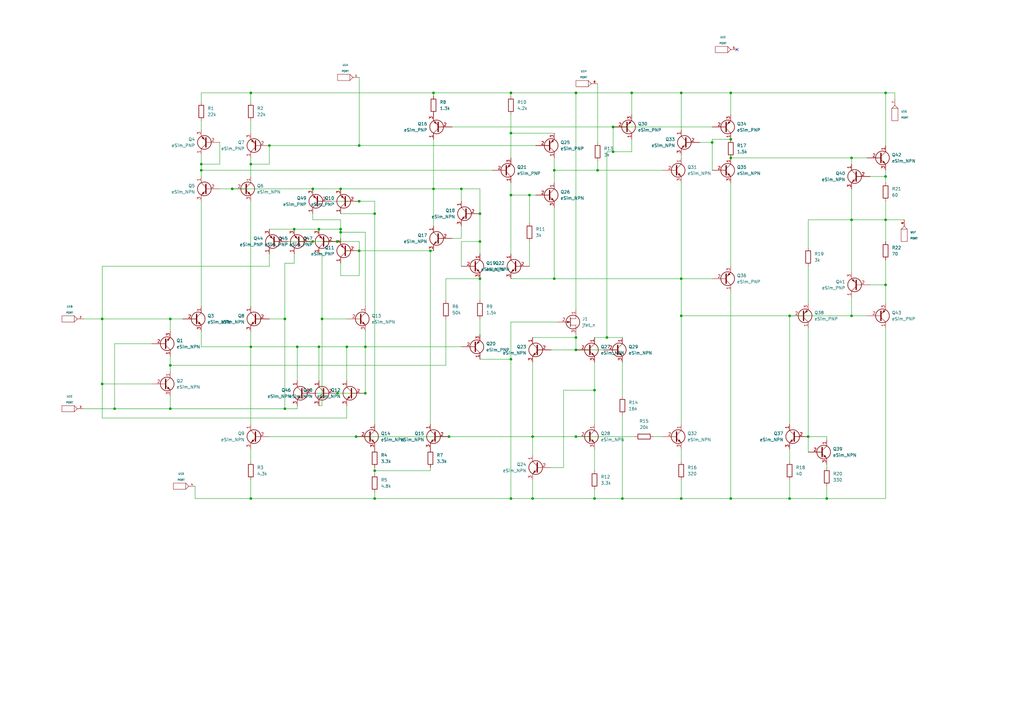
<source format=kicad_sch>
(kicad_sch (version 20211123) (generator eeschema)
  (paper "A3")
  (lib_symbols
    (symbol "eSim_Devices:eSim_NPN" (pin_names (offset 0) hide)
      (property "Reference" "Q" (at -2.54 1.27 0))
      (property "Value" "eSim_NPN" (at -1.27 3.81 0))
      (symbol "eSim_NPN_0_1"
        (polyline (pts (xy 0.635 0.635) (xy 2.54 2.54)))
        (polyline (pts (xy 0.635 -0.635) (xy 2.54 -2.54) (xy 2.54 -2.54)))
        (polyline (pts (xy 0.635 1.905) (xy 0.635 -1.905) (xy 0.635 -1.905)) (stroke (width 0.508)))
        (polyline (pts (xy 1.27 -1.778) (xy 1.778 -1.27) (xy 2.286 -2.286) (xy 1.27 -1.778) (xy 1.27 -1.778)) (fill (type outline)))
        (circle (center 1.27 0) (radius 2.8194) (stroke (width 0.254)))
      )
      (symbol "eSim_NPN_1_1"
        (pin passive line (at 2.54 5.08 270) (length 2.54) (name "C") (number "1"))
        (pin passive line (at -5.08 0 0) (length 5.715) (name "B") (number "2"))
        (pin passive line (at 2.54 -5.08 90) (length 2.54) (name "E") (number "3"))
      )
    )
    (symbol "eSim_Devices:eSim_PNP" (pin_names (offset 0) hide)
      (property "Reference" "Q" (at -2.54 1.27 0))
      (property "Value" "eSim_PNP" (at -1.27 3.81 0))
      (symbol "eSim_PNP_0_1"
        (polyline (pts (xy 0.635 0.635) (xy 2.54 2.54)))
        (polyline (pts (xy 0.635 -0.635) (xy 2.54 -2.54) (xy 2.54 -2.54)))
        (polyline (pts (xy 0.635 1.905) (xy 0.635 -1.905) (xy 0.635 -1.905)) (stroke (width 0.508)))
        (polyline (pts (xy 2.286 -1.778) (xy 1.778 -2.286) (xy 1.27 -1.27) (xy 2.286 -1.778) (xy 2.286 -1.778)) (fill (type outline)))
        (circle (center 1.27 0) (radius 2.8194) (stroke (width 0.254)))
      )
      (symbol "eSim_PNP_1_1"
        (pin passive line (at 2.54 5.08 270) (length 2.54) (name "C") (number "1"))
        (pin passive line (at -5.08 0 0) (length 5.715) (name "B") (number "2"))
        (pin passive line (at 2.54 -5.08 90) (length 2.54) (name "E") (number "3"))
      )
    )
    (symbol "eSim_Devices:jfet_n" (pin_names (offset 0) hide)
      (property "Reference" "J" (at -2.54 1.27 0))
      (property "Value" "jfet_n" (at -1.27 3.81 0))
      (symbol "jfet_n_0_1"
        (polyline (pts (xy 0.254 1.905) (xy 0.254 -1.905) (xy 0.254 -1.905)) (stroke (width 0.254)))
        (polyline (pts (xy 2.54 -2.54) (xy 2.54 -1.27) (xy 0.254 -1.27)))
        (polyline (pts (xy 2.54 2.54) (xy 2.54 1.397) (xy 0.254 1.397)))
        (polyline (pts (xy 0 0) (xy -1.016 0.381) (xy -1.016 -0.381) (xy 0 0)) (fill (type outline)))
        (circle (center 1.27 0) (radius 2.8194) (stroke (width 0.254)))
      )
      (symbol "jfet_n_1_1"
        (pin passive line (at 2.54 5.08 270) (length 2.54) (name "D") (number "1"))
        (pin passive line (at -5.08 0 0) (length 5.334) (name "G") (number "2"))
        (pin passive line (at 2.54 -5.08 90) (length 2.54) (name "S") (number "3"))
      )
    )
    (symbol "eSim_Devices:resistor" (pin_numbers hide) (pin_names (offset 0))
      (property "Reference" "R" (at 1.27 3.302 0))
      (property "Value" "resistor" (at 1.27 -1.27 0))
      (symbol "resistor_0_1"
        (rectangle (start 3.81 0.254) (end -1.27 2.286) (stroke (width 0.254)))
      )
      (symbol "resistor_1_1"
        (pin passive line (at -2.54 1.27 0) (length 1.27) (name "~") (number "1"))
        (pin passive line (at 5.08 1.27 180) (length 1.27) (name "~") (number "2"))
      )
    )
    (symbol "eSim_Miscellaneous:PORT" (pin_names (offset 1.016))
      (property "Reference" "U" (at 1.27 2.54 0))
      (property "Value" "PORT" (at 0 0 0))
      (symbol "PORT_0_1"
        (rectangle (start -2.54 1.27) (end 2.54 -1.27))
        (arc (start 2.54 1.27) (mid 3.1355 0.5955) (end 3.81 0))
        (arc (start 3.81 0) (mid 3.1447 -0.6046) (end 2.54 -1.27))
      )
      (symbol "PORT_1_1"
        (pin bidirectional line (at 6.35 0 180) (length 2.54) (name "~") (number "1"))
      )
      (symbol "PORT_2_1"
        (pin bidirectional line (at 6.35 0 180) (length 2.54) (name "~") (number "2"))
      )
      (symbol "PORT_3_1"
        (pin bidirectional line (at 6.35 0 180) (length 2.54) (name "~") (number "3"))
      )
      (symbol "PORT_4_1"
        (pin bidirectional line (at 6.35 0 180) (length 2.54) (name "~") (number "4"))
      )
      (symbol "PORT_5_1"
        (pin bidirectional line (at 6.35 0 180) (length 2.54) (name "~") (number "5"))
      )
      (symbol "PORT_6_1"
        (pin bidirectional line (at 6.35 0 180) (length 2.54) (name "~") (number "6"))
      )
      (symbol "PORT_7_1"
        (pin bidirectional line (at 6.35 0 180) (length 2.54) (name "~") (number "7"))
      )
      (symbol "PORT_8_1"
        (pin bidirectional line (at 6.35 0 180) (length 2.54) (name "~") (number "8"))
      )
      (symbol "PORT_9_1"
        (pin bidirectional line (at 6.35 0 180) (length 2.54) (name "~") (number "9"))
      )
      (symbol "PORT_10_1"
        (pin bidirectional line (at 6.35 0 180) (length 2.54) (name "~") (number "10"))
      )
      (symbol "PORT_11_1"
        (pin bidirectional line (at 6.35 0 180) (length 2.54) (name "~") (number "11"))
      )
      (symbol "PORT_12_1"
        (pin bidirectional line (at 6.35 0 180) (length 2.54) (name "~") (number "12"))
      )
      (symbol "PORT_13_1"
        (pin bidirectional line (at 6.35 0 180) (length 2.54) (name "~") (number "13"))
      )
      (symbol "PORT_14_1"
        (pin bidirectional line (at 6.35 0 180) (length 2.54) (name "~") (number "14"))
      )
      (symbol "PORT_15_1"
        (pin bidirectional line (at 6.35 0 180) (length 2.54) (name "~") (number "15"))
      )
      (symbol "PORT_16_1"
        (pin bidirectional line (at 6.35 0 180) (length 2.54) (name "~") (number "16"))
      )
      (symbol "PORT_17_1"
        (pin bidirectional line (at 6.35 0 180) (length 2.54) (name "~") (number "17"))
      )
      (symbol "PORT_18_1"
        (pin bidirectional line (at 6.35 0 180) (length 2.54) (name "~") (number "18"))
      )
      (symbol "PORT_19_1"
        (pin bidirectional line (at 6.35 0 180) (length 2.54) (name "~") (number "19"))
      )
      (symbol "PORT_20_1"
        (pin bidirectional line (at 6.35 0 180) (length 2.54) (name "~") (number "20"))
      )
      (symbol "PORT_21_1"
        (pin bidirectional line (at 6.35 0 180) (length 2.54) (name "~") (number "21"))
      )
      (symbol "PORT_22_1"
        (pin bidirectional line (at 6.35 0 180) (length 2.54) (name "~") (number "22"))
      )
      (symbol "PORT_23_1"
        (pin bidirectional line (at 6.35 0 180) (length 2.54) (name "~") (number "23"))
      )
      (symbol "PORT_24_1"
        (pin bidirectional line (at 6.35 0 180) (length 2.54) (name "~") (number "24"))
      )
      (symbol "PORT_25_1"
        (pin bidirectional line (at 6.35 0 180) (length 2.54) (name "~") (number "25"))
      )
      (symbol "PORT_26_1"
        (pin bidirectional line (at 6.35 0 180) (length 2.54) (name "~") (number "26"))
      )
    )
  )
  (junction (at 184.15 179.07))
  (junction (at 146.05 179.07))
  (junction (at 121.92 142.24))
  (junction (at 251.46 62.23))
  (junction (at 82.55 67.31))
  (junction (at 128.27 99.06))
  (junction (at 363.22 72.39))
  (junction (at 299.72 64.77))
  (junction (at 227.33 114.3))
  (junction (at 279.4 114.3))
  (junction (at 102.87 204.47))
  (junction (at 46.99 167.64))
  (junction (at 153.67 193.04))
  (junction (at 128.27 77.47))
  (junction (at 41.91 130.81))
  (junction (at 243.84 204.47))
  (junction (at 120.65 93.98))
  (junction (at 218.44 204.47))
  (junction (at 259.08 38.1))
  (junction (at 139.7 95.25))
  (junction (at 349.25 64.77))
  (junction (at 255.27 204.47))
  (junction (at 323.85 204.47))
  (junction (at 339.09 204.47))
  (junction (at 209.55 147.32))
  (junction (at 236.22 138.43))
  (junction (at 176.53 102.87))
  (junction (at 227.33 69.85))
  (junction (at 95.25 77.47))
  (junction (at 299.72 204.47))
  (junction (at 217.17 80.01))
  (junction (at 138.43 99.06))
  (junction (at 69.85 167.64))
  (junction (at 248.92 138.43))
  (junction (at 292.1 58.42))
  (junction (at 279.4 129.54))
  (junction (at 209.55 80.01))
  (junction (at 363.22 38.1))
  (junction (at 363.22 116.84))
  (junction (at 153.67 87.63))
  (junction (at 116.84 167.64))
  (junction (at 177.8 38.1))
  (junction (at 299.72 57.15))
  (junction (at 209.55 204.47))
  (junction (at 142.24 142.24))
  (junction (at 349.25 90.17))
  (junction (at 243.84 160.02))
  (junction (at 236.22 143.51))
  (junction (at 69.85 149.86))
  (junction (at 196.85 99.06))
  (junction (at 132.08 130.81))
  (junction (at 331.47 179.07))
  (junction (at 41.91 157.48))
  (junction (at 209.55 38.1))
  (junction (at 153.67 204.47))
  (junction (at 251.46 52.07))
  (junction (at 279.4 38.1))
  (junction (at 218.44 179.07))
  (junction (at 147.32 59.69))
  (junction (at 209.55 54.61))
  (junction (at 82.55 69.85))
  (junction (at 299.72 38.1))
  (junction (at 149.86 161.29))
  (junction (at 116.84 130.81))
  (junction (at 149.86 142.24))
  (junction (at 323.85 129.54))
  (junction (at 245.11 69.85))
  (junction (at 138.43 161.29))
  (junction (at 196.85 87.63))
  (junction (at 147.32 82.55))
  (junction (at 236.22 179.07))
  (junction (at 189.23 77.47))
  (junction (at 363.22 90.17))
  (junction (at 130.81 142.24))
  (junction (at 130.81 93.98))
  (junction (at 102.87 38.1))
  (junction (at 147.32 102.87))
  (junction (at 349.25 129.54))
  (junction (at 139.7 77.47))
  (junction (at 236.22 38.1))
  (junction (at 139.7 93.98))
  (junction (at 279.4 204.47))
  (junction (at 177.8 77.47))
  (junction (at 196.85 114.3))
  (junction (at 110.49 59.69))
  (junction (at 69.85 130.81))
  (junction (at 102.87 67.31))
  (junction (at 102.87 142.24))
  (no_connect (at 302.26 20.32))
  (wire (pts (xy 135.89 82.55) (xy 147.32 82.55)))
  (wire (pts (xy 209.55 46.99) (xy 209.55 54.61)))
  (wire (pts (xy 236.22 38.1) (xy 236.22 127)))
  (wire (pts (xy 363.22 82.55) (xy 363.22 90.17)))
  (wire (pts (xy 132.08 104.14) (xy 132.08 130.81)))
  (wire (pts (xy 196.85 77.47) (xy 189.23 77.47)))
  (wire (pts (xy 69.85 130.81) (xy 74.93 130.81)))
  (wire (pts (xy 130.81 166.37) (xy 132.08 166.37)))
  (wire (pts (xy 279.4 53.34) (xy 279.4 38.1)))
  (wire (pts (xy 189.23 92.71) (xy 189.23 97.79)))
  (wire (pts (xy 46.99 167.64) (xy 69.85 167.64)))
  (wire (pts (xy 279.4 184.15) (xy 279.4 189.23)))
  (wire (pts (xy 363.22 134.62) (xy 363.22 204.47)))
  (wire (pts (xy 153.67 191.77) (xy 153.67 193.04)))
  (wire (pts (xy 279.4 204.47) (xy 255.27 204.47)))
  (wire (pts (xy 110.49 59.69) (xy 147.32 59.69)))
  (wire (pts (xy 231.14 191.77) (xy 231.14 160.02)))
  (wire (pts (xy 339.09 199.39) (xy 339.09 204.47)))
  (wire (pts (xy 236.22 138.43) (xy 236.22 143.51)))
  (wire (pts (xy 132.08 130.81) (xy 132.08 166.37)))
  (wire (pts (xy 218.44 179.07) (xy 218.44 186.69)))
  (wire (pts (xy 102.87 184.15) (xy 102.87 189.23)))
  (wire (pts (xy 130.81 156.21) (xy 130.81 142.24)))
  (wire (pts (xy 139.7 87.63) (xy 153.67 87.63)))
  (wire (pts (xy 227.33 69.85) (xy 245.11 69.85)))
  (wire (pts (xy 102.87 204.47) (xy 153.67 204.47)))
  (wire (pts (xy 243.84 148.59) (xy 243.84 160.02)))
  (wire (pts (xy 231.14 160.02) (xy 243.84 160.02)))
  (wire (pts (xy 209.55 54.61) (xy 227.33 54.61)))
  (wire (pts (xy 182.88 114.3) (xy 196.85 114.3)))
  (wire (pts (xy 102.87 142.24) (xy 102.87 135.89)))
  (wire (pts (xy 82.55 63.5) (xy 82.55 67.31)))
  (wire (pts (xy 132.08 104.14) (xy 130.81 104.14)))
  (wire (pts (xy 41.91 157.48) (xy 62.23 157.48)))
  (wire (pts (xy 209.55 80.01) (xy 209.55 104.14)))
  (wire (pts (xy 147.32 113.03) (xy 139.7 113.03)))
  (wire (pts (xy 142.24 171.45) (xy 41.91 171.45)))
  (wire (pts (xy 209.55 39.37) (xy 209.55 38.1)))
  (wire (pts (xy 182.88 130.81) (xy 182.88 149.86)))
  (wire (pts (xy 363.22 72.39) (xy 363.22 74.93)))
  (wire (pts (xy 367.03 38.1) (xy 367.03 40.64)))
  (wire (pts (xy 82.55 49.53) (xy 82.55 53.34)))
  (wire (pts (xy 227.33 69.85) (xy 227.33 74.93)))
  (wire (pts (xy 248.92 138.43) (xy 255.27 138.43)))
  (wire (pts (xy 349.25 77.47) (xy 349.25 90.17)))
  (wire (pts (xy 339.09 204.47) (xy 323.85 204.47)))
  (wire (pts (xy 90.17 58.42) (xy 90.17 67.31)))
  (wire (pts (xy 279.4 196.85) (xy 279.4 204.47)))
  (wire (pts (xy 323.85 173.99) (xy 323.85 129.54)))
  (wire (pts (xy 248.92 62.23) (xy 248.92 138.43)))
  (wire (pts (xy 184.15 179.07) (xy 218.44 179.07)))
  (wire (pts (xy 189.23 77.47) (xy 177.8 77.47)))
  (wire (pts (xy 217.17 91.44) (xy 217.17 80.01)))
  (wire (pts (xy 110.49 59.69) (xy 110.49 67.31)))
  (wire (pts (xy 209.55 204.47) (xy 209.55 147.32)))
  (wire (pts (xy 339.09 179.07) (xy 339.09 180.34)))
  (wire (pts (xy 95.25 77.47) (xy 128.27 77.47)))
  (wire (pts (xy 363.22 38.1) (xy 367.03 38.1)))
  (wire (pts (xy 149.86 125.73) (xy 149.86 95.25)))
  (wire (pts (xy 41.91 109.22) (xy 110.49 109.22)))
  (wire (pts (xy 259.08 57.15) (xy 259.08 62.23)))
  (wire (pts (xy 90.17 77.47) (xy 95.25 77.47)))
  (wire (pts (xy 41.91 130.81) (xy 41.91 157.48)))
  (wire (pts (xy 182.88 149.86) (xy 69.85 149.86)))
  (wire (pts (xy 245.11 66.04) (xy 245.11 69.85)))
  (wire (pts (xy 69.85 146.05) (xy 69.85 149.86)))
  (wire (pts (xy 147.32 82.55) (xy 153.67 82.55)))
  (wire (pts (xy 69.85 162.56) (xy 69.85 167.64)))
  (wire (pts (xy 227.33 64.77) (xy 227.33 69.85)))
  (wire (pts (xy 279.4 38.1) (xy 259.08 38.1)))
  (wire (pts (xy 189.23 97.79) (xy 185.42 97.79)))
  (wire (pts (xy 279.4 114.3) (xy 279.4 129.54)))
  (wire (pts (xy 323.85 129.54) (xy 279.4 129.54)))
  (wire (pts (xy 299.72 204.47) (xy 279.4 204.47)))
  (wire (pts (xy 128.27 99.06) (xy 138.43 99.06)))
  (wire (pts (xy 196.85 87.63) (xy 196.85 77.47)))
  (wire (pts (xy 102.87 196.85) (xy 102.87 204.47)))
  (wire (pts (xy 69.85 149.86) (xy 69.85 152.4)))
  (wire (pts (xy 279.4 74.93) (xy 279.4 114.3)))
  (wire (pts (xy 149.86 142.24) (xy 142.24 142.24)))
  (wire (pts (xy 176.53 102.87) (xy 177.8 102.87)))
  (wire (pts (xy 363.22 69.85) (xy 363.22 72.39)))
  (wire (pts (xy 227.33 114.3) (xy 209.55 114.3)))
  (wire (pts (xy 196.85 99.06) (xy 196.85 104.14)))
  (wire (pts (xy 110.49 130.81) (xy 116.84 130.81)))
  (wire (pts (xy 182.88 123.19) (xy 182.88 114.3)))
  (wire (pts (xy 299.72 46.99) (xy 299.72 38.1)))
  (wire (pts (xy 209.55 38.1) (xy 236.22 38.1)))
  (wire (pts (xy 69.85 135.89) (xy 69.85 130.81)))
  (wire (pts (xy 90.17 67.31) (xy 82.55 67.31)))
  (wire (pts (xy 209.55 74.93) (xy 209.55 80.01)))
  (wire (pts (xy 236.22 137.16) (xy 236.22 138.43)))
  (wire (pts (xy 331.47 134.62) (xy 331.47 179.07)))
  (wire (pts (xy 34.29 130.81) (xy 41.91 130.81)))
  (wire (pts (xy 102.87 38.1) (xy 177.8 38.1)))
  (wire (pts (xy 219.71 80.01) (xy 217.17 80.01)))
  (wire (pts (xy 279.4 63.5) (xy 279.4 64.77)))
  (wire (pts (xy 121.92 142.24) (xy 121.92 156.21)))
  (wire (pts (xy 299.72 64.77) (xy 349.25 64.77)))
  (wire (pts (xy 218.44 204.47) (xy 243.84 204.47)))
  (wire (pts (xy 149.86 161.29) (xy 149.86 142.24)))
  (wire (pts (xy 82.55 38.1) (xy 102.87 38.1)))
  (wire (pts (xy 363.22 116.84) (xy 363.22 124.46)))
  (wire (pts (xy 147.32 102.87) (xy 176.53 102.87)))
  (wire (pts (xy 82.55 69.85) (xy 82.55 72.39)))
  (wire (pts (xy 201.93 69.85) (xy 82.55 69.85)))
  (wire (pts (xy 196.85 130.81) (xy 196.85 137.16)))
  (wire (pts (xy 323.85 204.47) (xy 299.72 204.47)))
  (wire (pts (xy 323.85 196.85) (xy 323.85 204.47)))
  (wire (pts (xy 339.09 190.5) (xy 339.09 191.77)))
  (wire (pts (xy 121.92 166.37) (xy 121.92 167.64)))
  (wire (pts (xy 363.22 204.47) (xy 339.09 204.47)))
  (wire (pts (xy 146.05 179.07) (xy 184.15 179.07)))
  (wire (pts (xy 176.53 191.77) (xy 176.53 193.04)))
  (wire (pts (xy 236.22 38.1) (xy 259.08 38.1)))
  (wire (pts (xy 227.33 114.3) (xy 279.4 114.3)))
  (wire (pts (xy 177.8 77.47) (xy 177.8 92.71)))
  (wire (pts (xy 267.97 179.07) (xy 271.78 179.07)))
  (wire (pts (xy 279.4 129.54) (xy 279.4 173.99)))
  (wire (pts (xy 130.81 142.24) (xy 142.24 142.24)))
  (wire (pts (xy 80.01 199.39) (xy 80.01 204.47)))
  (wire (pts (xy 130.81 93.98) (xy 139.7 93.98)))
  (wire (pts (xy 255.27 170.18) (xy 255.27 204.47)))
  (wire (pts (xy 356.87 116.84) (xy 363.22 116.84)))
  (wire (pts (xy 139.7 95.25) (xy 139.7 97.79)))
  (wire (pts (xy 177.8 39.37) (xy 177.8 38.1)))
  (wire (pts (xy 110.49 93.98) (xy 120.65 93.98)))
  (wire (pts (xy 69.85 130.81) (xy 41.91 130.81)))
  (wire (pts (xy 102.87 67.31) (xy 102.87 64.77)))
  (wire (pts (xy 209.55 64.77) (xy 209.55 54.61)))
  (wire (pts (xy 189.23 82.55) (xy 189.23 77.47)))
  (wire (pts (xy 218.44 204.47) (xy 209.55 204.47)))
  (wire (pts (xy 292.1 57.15) (xy 292.1 58.42)))
  (wire (pts (xy 153.67 193.04) (xy 153.67 194.31)))
  (wire (pts (xy 218.44 196.85) (xy 218.44 204.47)))
  (wire (pts (xy 292.1 58.42) (xy 287.02 58.42)))
  (wire (pts (xy 153.67 204.47) (xy 209.55 204.47)))
  (wire (pts (xy 177.8 38.1) (xy 209.55 38.1)))
  (wire (pts (xy 243.84 138.43) (xy 248.92 138.43)))
  (wire (pts (xy 102.87 142.24) (xy 121.92 142.24)))
  (wire (pts (xy 139.7 107.95) (xy 139.7 113.03)))
  (wire (pts (xy 349.25 121.92) (xy 349.25 129.54)))
  (wire (pts (xy 279.4 114.3) (xy 292.1 114.3)))
  (wire (pts (xy 251.46 52.07) (xy 292.1 52.07)))
  (wire (pts (xy 349.25 129.54) (xy 323.85 129.54)))
  (wire (pts (xy 255.27 204.47) (xy 243.84 204.47)))
  (wire (pts (xy 110.49 67.31) (xy 102.87 67.31)))
  (wire (pts (xy 139.7 77.47) (xy 177.8 77.47)))
  (wire (pts (xy 228.6 132.08) (xy 209.55 132.08)))
  (wire (pts (xy 176.53 193.04) (xy 153.67 193.04)))
  (wire (pts (xy 138.43 161.29) (xy 149.86 161.29)))
  (wire (pts (xy 142.24 130.81) (xy 132.08 130.81)))
  (wire (pts (xy 227.33 85.09) (xy 227.33 114.3)))
  (wire (pts (xy 209.55 132.08) (xy 209.55 147.32)))
  (wire (pts (xy 82.55 135.89) (xy 82.55 142.24)))
  (wire (pts (xy 189.23 99.06) (xy 189.23 109.22)))
  (wire (pts (xy 116.84 107.95) (xy 120.65 107.95)))
  (wire (pts (xy 147.32 102.87) (xy 147.32 113.03)))
  (wire (pts (xy 149.86 142.24) (xy 189.23 142.24)))
  (wire (pts (xy 363.22 99.06) (xy 363.22 90.17)))
  (wire (pts (xy 142.24 142.24) (xy 142.24 156.21)))
  (wire (pts (xy 128.27 77.47) (xy 139.7 77.47)))
  (wire (pts (xy 236.22 143.51) (xy 226.06 143.51)))
  (wire (pts (xy 128.27 90.17) (xy 139.7 90.17)))
  (wire (pts (xy 363.22 116.84) (xy 363.22 106.68)))
  (wire (pts (xy 121.92 142.24) (xy 130.81 142.24)))
  (wire (pts (xy 259.08 62.23) (xy 251.46 62.23)))
  (wire (pts (xy 120.65 93.98) (xy 130.81 93.98)))
  (wire (pts (xy 128.27 87.63) (xy 128.27 90.17)))
  (wire (pts (xy 177.8 57.15) (xy 177.8 77.47)))
  (wire (pts (xy 245.11 34.29) (xy 245.11 58.42)))
  (wire (pts (xy 118.11 99.06) (xy 128.27 99.06)))
  (wire (pts (xy 46.99 140.97) (xy 46.99 167.64)))
  (wire (pts (xy 102.87 38.1) (xy 102.87 41.91)))
  (wire (pts (xy 82.55 142.24) (xy 102.87 142.24)))
  (wire (pts (xy 142.24 166.37) (xy 142.24 171.45)))
  (wire (pts (xy 102.87 142.24) (xy 102.87 173.99)))
  (wire (pts (xy 236.22 143.51) (xy 247.65 143.51)))
  (wire (pts (xy 292.1 58.42) (xy 292.1 69.85)))
  (wire (pts (xy 349.25 129.54) (xy 355.6 129.54)))
  (wire (pts (xy 196.85 147.32) (xy 209.55 147.32)))
  (wire (pts (xy 41.91 157.48) (xy 41.91 171.45)))
  (wire (pts (xy 299.72 74.93) (xy 299.72 109.22)))
  (wire (pts (xy 62.23 140.97) (xy 46.99 140.97)))
  (wire (pts (xy 147.32 99.06) (xy 138.43 99.06)))
  (wire (pts (xy 331.47 101.6) (xy 331.47 90.17)))
  (wire (pts (xy 349.25 90.17) (xy 349.25 111.76)))
  (wire (pts (xy 149.86 135.89) (xy 149.86 142.24)))
  (wire (pts (xy 147.32 59.69) (xy 219.71 59.69)))
  (wire (pts (xy 110.49 179.07) (xy 146.05 179.07)))
  (wire (pts (xy 349.25 64.77) (xy 355.6 64.77)))
  (wire (pts (xy 243.84 200.66) (xy 243.84 204.47)))
  (wire (pts (xy 349.25 90.17) (xy 363.22 90.17)))
  (wire (pts (xy 149.86 95.25) (xy 139.7 95.25)))
  (wire (pts (xy 255.27 148.59) (xy 255.27 162.56)))
  (wire (pts (xy 331.47 179.07) (xy 331.47 185.42)))
  (wire (pts (xy 129.54 161.29) (xy 138.43 161.29)))
  (wire (pts (xy 176.53 173.99) (xy 176.53 102.87)))
  (wire (pts (xy 116.84 130.81) (xy 116.84 107.95)))
  (wire (pts (xy 102.87 67.31) (xy 102.87 72.39)))
  (wire (pts (xy 236.22 179.07) (xy 260.35 179.07)))
  (wire (pts (xy 323.85 184.15) (xy 323.85 189.23)))
  (wire (pts (xy 226.06 191.77) (xy 231.14 191.77)))
  (wire (pts (xy 139.7 90.17) (xy 139.7 93.98)))
  (wire (pts (xy 299.72 119.38) (xy 299.72 204.47)))
  (wire (pts (xy 339.09 179.07) (xy 331.47 179.07)))
  (wire (pts (xy 259.08 46.99) (xy 259.08 38.1)))
  (wire (pts (xy 299.72 38.1) (xy 279.4 38.1)))
  (wire (pts (xy 331.47 90.17) (xy 349.25 90.17)))
  (wire (pts (xy 217.17 80.01) (xy 209.55 80.01)))
  (wire (pts (xy 80.01 204.47) (xy 102.87 204.47)))
  (wire (pts (xy 251.46 52.07) (xy 251.46 62.23)))
  (wire (pts (xy 356.87 72.39) (xy 363.22 72.39)))
  (wire (pts (xy 102.87 82.55) (xy 102.87 125.73)))
  (wire (pts (xy 299.72 38.1) (xy 363.22 38.1)))
  (wire (pts (xy 82.55 67.31) (xy 82.55 69.85)))
  (wire (pts (xy 102.87 49.53) (xy 102.87 54.61)))
  (wire (pts (xy 251.46 62.23) (xy 248.92 62.23)))
  (wire (pts (xy 139.7 93.98) (xy 139.7 95.25)))
  (wire (pts (xy 218.44 179.07) (xy 236.22 179.07)))
  (wire (pts (xy 218.44 138.43) (xy 236.22 138.43)))
  (wire (pts (xy 147.32 102.87) (xy 147.32 99.06)))
  (wire (pts (xy 116.84 130.81) (xy 116.84 167.64)))
  (wire (pts (xy 299.72 57.15) (xy 292.1 57.15)))
  (wire (pts (xy 120.65 104.14) (xy 120.65 107.95)))
  (wire (pts (xy 363.22 38.1) (xy 363.22 59.69)))
  (wire (pts (xy 69.85 167.64) (xy 116.84 167.64)))
  (wire (pts (xy 41.91 109.22) (xy 41.91 130.81)))
  (wire (pts (xy 153.67 82.55) (xy 153.67 87.63)))
  (wire (pts (xy 331.47 124.46) (xy 331.47 109.22)))
  (wire (pts (xy 153.67 201.93) (xy 153.67 204.47)))
  (wire (pts (xy 363.22 90.17) (xy 370.84 90.17)))
  (wire (pts (xy 185.42 52.07) (xy 251.46 52.07)))
  (wire (pts (xy 349.25 64.77) (xy 349.25 67.31)))
  (wire (pts (xy 147.32 31.75) (xy 147.32 59.69)))
  (wire (pts (xy 243.84 184.15) (xy 243.84 193.04)))
  (wire (pts (xy 110.49 104.14) (xy 110.49 109.22)))
  (wire (pts (xy 217.17 109.22) (xy 217.17 99.06)))
  (wire (pts (xy 153.67 87.63) (xy 153.67 173.99)))
  (wire (pts (xy 218.44 148.59) (xy 218.44 179.07)))
  (wire (pts (xy 196.85 87.63) (xy 196.85 99.06)))
  (wire (pts (xy 245.11 69.85) (xy 271.78 69.85)))
  (wire (pts (xy 82.55 41.91) (xy 82.55 38.1)))
  (wire (pts (xy 82.55 82.55) (xy 82.55 125.73)))
  (wire (pts (xy 196.85 114.3) (xy 196.85 123.19)))
  (wire (pts (xy 243.84 160.02) (xy 243.84 173.99)))
  (wire (pts (xy 34.29 167.64) (xy 46.99 167.64)))
  (wire (pts (xy 189.23 99.06) (xy 196.85 99.06)))
  (wire (pts (xy 116.84 167.64) (xy 121.92 167.64)))
  (symbol (lib_id "eSim_Devices:resistor") (at 210.82 44.45 90) (unit 1)
    (property "Reference" "R10" (at 212.09 41.9099 90) (effects (justify right)))
    (property "Value" "4.2k" (at 212.09 44.4499 90) (effects (justify right)))
  )
  (symbol (lib_id "eSim_Devices:resistor") (at 280.67 194.31 90) (unit 1)
    (property "Reference" "R16" (at 281.94 191.7699 90) (effects (justify right)))
    (property "Value" "320" (at 281.94 194.3099 90) (effects (justify right)))
  )
  (symbol (lib_id "eSim_Devices:eSim_NPN") (at 351.79 72.39 0) (mirror y) (unit 1)
    (property "Reference" "Q40" (at 346.71 71.1199 0) (effects (justify left)))
    (property "Value" "eSim_NPN" (at 346.71 73.6599 0) (effects (justify left)))
  )
  (symbol (lib_id "eSim_Devices:eSim_NPN") (at 281.94 58.42 0) (mirror y) (unit 1)
    (property "Reference" "Q33" (at 276.86 57.1499 0) (effects (justify left)))
    (property "Value" "eSim_NPN" (at 276.86 59.6899 0) (effects (justify left)))
  )
  (symbol (lib_id "eSim_Devices:eSim_PNP") (at 256.54 52.07 0) (mirror x) (unit 1)
    (property "Reference" "Q30" (at 261.62 50.7999 0) (effects (justify left)))
    (property "Value" "eSim_PNP" (at 261.62 53.3399 0) (effects (justify left)))
  )
  (symbol (lib_id "eSim_Devices:eSim_NPN") (at 241.3 179.07 0) (unit 1)
    (property "Reference" "Q28" (at 246.38 177.7999 0) (effects (justify left)))
    (property "Value" "eSim_NPN" (at 246.38 180.3399 0) (effects (justify left)))
  )
  (symbol (lib_id "eSim_Devices:eSim_NPN") (at 144.78 161.29 0) (mirror y) (unit 1)
    (property "Reference" "Q12" (at 139.7 160.0199 0) (effects (justify left)))
    (property "Value" "eSim_NPN" (at 139.7 162.5599 0) (effects (justify left)))
  )
  (symbol (lib_id "eSim_Devices:eSim_PNP") (at 360.68 129.54 0) (mirror x) (unit 1)
    (property "Reference" "Q43" (at 365.76 128.2699 0) (effects (justify left)))
    (property "Value" "eSim_PNP" (at 365.76 130.8099 0) (effects (justify left)))
  )
  (symbol (lib_id "eSim_Devices:eSim_NPN") (at 297.18 69.85 0) (unit 1)
    (property "Reference" "Q35" (at 302.26 68.5799 0) (effects (justify left)))
    (property "Value" "eSim_NPN" (at 302.26 71.1199 0) (effects (justify left)))
  )
  (symbol (lib_id "eSim_Devices:resistor") (at 177.8 189.23 90) (unit 1)
    (property "Reference" "R7" (at 179.07 186.6899 90) (effects (justify right)))
    (property "Value" "3.3k" (at 179.07 189.2299 90) (effects (justify right)))
  )
  (symbol (lib_id "eSim_Devices:eSim_NPN") (at 191.77 87.63 0) (mirror y) (unit 1)
    (property "Reference" "Q18" (at 186.69 86.3599 0) (effects (justify left)))
    (property "Value" "eSim_NPN" (at 186.69 88.8999 0) (effects (justify left)))
  )
  (symbol (lib_id "eSim_Devices:eSim_NPN") (at 224.79 80.01 0) (unit 1)
    (property "Reference" "Q26" (at 229.87 78.7399 0) (effects (justify left)))
    (property "Value" "eSim_NPN" (at 229.87 81.2799 0) (effects (justify left)))
  )
  (symbol (lib_id "eSim_Devices:eSim_NPN") (at 105.41 179.07 0) (mirror y) (unit 1)
    (property "Reference" "Q9" (at 100.33 177.7999 0) (effects (justify left)))
    (property "Value" "eSim_NPN" (at 100.33 180.3399 0) (effects (justify left)))
  )
  (symbol (lib_id "eSim_Devices:eSim_NPN") (at 252.73 143.51 0) (unit 1)
    (property "Reference" "Q29" (at 257.81 142.2399 0) (effects (justify left)))
    (property "Value" "eSim_NPN" (at 257.81 144.7799 0) (effects (justify left)))
  )
  (symbol (lib_id "eSim_Devices:eSim_NPN") (at 212.09 109.22 0) (mirror y) (unit 1)
    (property "Reference" "Q22" (at 207.01 107.9499 0) (effects (justify left)))
    (property "Value" "eSim_NPN" (at 207.01 110.4899 0) (effects (justify left)))
  )
  (symbol (lib_id "eSim_Miscellaneous:PORT") (at 295.91 20.32 0) (unit 5)
    (property "Reference" "U1" (at 296.545 15.24 0) (effects (font (size 0.762 0.762))))
    (property "Value" "PORT" (at 296.545 17.78 0) (effects (font (size 0.762 0.762))))
  )
  (symbol (lib_id "eSim_Devices:resistor") (at 364.49 104.14 90) (unit 1)
    (property "Reference" "R22" (at 365.76 101.5999 90) (effects (justify right)))
    (property "Value" "70" (at 365.76 104.1399 90) (effects (justify right)))
  )
  (symbol (lib_id "eSim_Devices:eSim_NPN") (at 80.01 130.81 0) (unit 1)
    (property "Reference" "Q3" (at 85.09 129.5399 0) (effects (justify left)))
    (property "Value" "eSim_NPN" (at 85.09 132.0799 0) (effects (justify left)))
  )
  (symbol (lib_id "eSim_Devices:eSim_PNP") (at 123.19 99.06 180) (unit 1)
    (property "Reference" "Q45" (at 118.11 97.7899 0) (effects (justify left)))
    (property "Value" "eSim_PNP" (at 118.11 100.3299 0) (effects (justify left)))
  )
  (symbol (lib_id "eSim_Devices:eSim_PNP") (at 142.24 82.55 180) (unit 1)
    (property "Reference" "Q10" (at 137.16 81.2799 0) (effects (justify left)))
    (property "Value" "eSim_PNP" (at 137.16 83.8199 0) (effects (justify left)))
  )
  (symbol (lib_id "eSim_Devices:eSim_PNP") (at 224.79 59.69 0) (mirror x) (unit 1)
    (property "Reference" "Q25" (at 229.87 58.4199 0) (effects (justify left)))
    (property "Value" "eSim_PNP" (at 229.87 60.9599 0) (effects (justify left)))
  )
  (symbol (lib_id "eSim_Devices:resistor") (at 256.54 167.64 90) (unit 1)
    (property "Reference" "R14" (at 257.81 165.0999 90) (effects (justify right)))
    (property "Value" "16k" (at 257.81 167.6399 90) (effects (justify right)))
  )
  (symbol (lib_id "eSim_Devices:eSim_PNP") (at 328.93 129.54 0) (mirror x) (unit 1)
    (property "Reference" "Q38" (at 334.01 128.2699 0) (effects (justify left)))
    (property "Value" "eSim_PNP" (at 334.01 130.8099 0) (effects (justify left)))
  )
  (symbol (lib_id "eSim_Devices:eSim_NPN") (at 241.3 143.51 0) (unit 1)
    (property "Reference" "Q27" (at 246.38 142.2399 0) (effects (justify left)))
    (property "Value" "eSim_NPN" (at 246.38 144.7799 0) (effects (justify left)))
  )
  (symbol (lib_id "eSim_Devices:resistor") (at 104.14 194.31 90) (unit 1)
    (property "Reference" "R3" (at 105.41 191.7699 90) (effects (justify right)))
    (property "Value" "4.3k" (at 105.41 194.3099 90) (effects (justify right)))
  )
  (symbol (lib_id "eSim_Devices:resistor") (at 184.15 128.27 90) (unit 1)
    (property "Reference" "R6" (at 185.42 125.7299 90) (effects (justify right)))
    (property "Value" "50k" (at 185.42 128.2699 90) (effects (justify right)))
  )
  (symbol (lib_id "eSim_Devices:jfet_n") (at 233.68 132.08 0) (unit 1)
    (property "Reference" "J1" (at 238.76 130.8099 0) (effects (justify left)))
    (property "Value" "jfet_n" (at 238.76 133.3499 0) (effects (justify left)))
  )
  (symbol (lib_id "eSim_Devices:eSim_PNP") (at 351.79 116.84 180) (unit 1)
    (property "Reference" "Q41" (at 346.71 115.5699 0) (effects (justify left)))
    (property "Value" "eSim_PNP" (at 346.71 118.1099 0) (effects (justify left)))
  )
  (symbol (lib_id "eSim_Devices:eSim_NPN") (at 336.55 185.42 0) (unit 1)
    (property "Reference" "Q39" (at 341.63 184.1499 0) (effects (justify left)))
    (property "Value" "eSim_NPN" (at 341.63 186.6899 0) (effects (justify left)))
  )
  (symbol (lib_id "eSim_Devices:eSim_NPN") (at 67.31 157.48 0) (unit 1)
    (property "Reference" "Q2" (at 72.39 156.2099 0) (effects (justify left)))
    (property "Value" "eSim_NPN" (at 72.39 158.7499 0) (effects (justify left)))
  )
  (symbol (lib_id "eSim_Devices:resistor") (at 245.11 198.12 90) (unit 1)
    (property "Reference" "R12" (at 246.38 195.5799 90) (effects (justify right)))
    (property "Value" "3.3k" (at 246.38 198.1199 90) (effects (justify right)))
  )
  (symbol (lib_id "eSim_Devices:resistor") (at 83.82 46.99 90) (unit 1)
    (property "Reference" "R1" (at 85.09 44.4499 90) (effects (justify right)))
    (property "Value" "22k" (at 85.09 46.9899 90) (effects (justify right)))
  )
  (symbol (lib_id "eSim_Devices:eSim_PNP") (at 130.81 82.55 180) (unit 1)
    (property "Reference" "Q49" (at 125.73 81.2799 0) (effects (justify left)))
    (property "Value" "eSim_PNP" (at 125.73 83.8199 0) (effects (justify left)))
  )
  (symbol (lib_id "eSim_Devices:resistor") (at 265.43 177.8 180) (unit 1)
    (property "Reference" "R15" (at 264.16 172.72 0))
    (property "Value" "20k" (at 264.16 175.26 0))
  )
  (symbol (lib_id "eSim_Devices:resistor") (at 198.12 128.27 90) (unit 1)
    (property "Reference" "R9" (at 199.39 125.7299 90) (effects (justify right)))
    (property "Value" "1.5k" (at 199.39 128.2699 90) (effects (justify right)))
  )
  (symbol (lib_id "eSim_Devices:eSim_NPN") (at 133.35 161.29 0) (mirror y) (unit 1)
    (property "Reference" "Q48" (at 128.27 160.0199 0) (effects (justify left)))
    (property "Value" "eSim_NPN" (at 128.27 162.5599 0) (effects (justify left)))
  )
  (symbol (lib_id "eSim_Miscellaneous:PORT") (at 73.66 199.39 0) (unit 4)
    (property "Reference" "U1" (at 74.295 194.31 0) (effects (font (size 0.762 0.762))))
    (property "Value" "PORT" (at 74.295 196.85 0) (effects (font (size 0.762 0.762))))
  )
  (symbol (lib_id "eSim_Devices:eSim_PNP") (at 207.01 69.85 0) (mirror x) (unit 1)
    (property "Reference" "Q21" (at 212.09 68.5799 0) (effects (justify left)))
    (property "Value" "eSim_PNP" (at 212.09 71.1199 0) (effects (justify left)))
  )
  (symbol (lib_id "eSim_Miscellaneous:PORT") (at 238.76 34.29 0) (unit 8)
    (property "Reference" "U1" (at 239.395 29.21 0) (effects (font (size 0.762 0.762))))
    (property "Value" "PORT" (at 239.395 31.75 0) (effects (font (size 0.762 0.762))))
  )
  (symbol (lib_id "eSim_Devices:eSim_NPN") (at 179.07 179.07 0) (mirror y) (unit 1)
    (property "Reference" "Q15" (at 173.99 177.7999 0) (effects (justify left)))
    (property "Value" "eSim_NPN" (at 173.99 180.3399 0) (effects (justify left)))
  )
  (symbol (lib_id "eSim_Miscellaneous:PORT") (at 27.94 130.81 0) (unit 2)
    (property "Reference" "U1" (at 28.575 125.73 0) (effects (font (size 0.762 0.762))))
    (property "Value" "PORT" (at 28.575 128.27 0) (effects (font (size 0.762 0.762))))
  )
  (symbol (lib_id "eSim_Devices:resistor") (at 179.07 44.45 90) (unit 1)
    (property "Reference" "R8" (at 180.34 41.9099 90) (effects (justify right)))
    (property "Value" "1.3k" (at 180.34 44.4499 90) (effects (justify right)))
  )
  (symbol (lib_id "eSim_Devices:eSim_NPN") (at 220.98 143.51 0) (mirror y) (unit 1)
    (property "Reference" "Q23" (at 215.9 142.2399 0) (effects (justify left)))
    (property "Value" "eSim_NPN" (at 215.9 144.7799 0) (effects (justify left)))
  )
  (symbol (lib_id "eSim_Devices:eSim_NPN") (at 326.39 179.07 0) (mirror y) (unit 1)
    (property "Reference" "Q37" (at 321.31 177.7999 0) (effects (justify left)))
    (property "Value" "eSim_NPN" (at 321.31 180.3399 0) (effects (justify left)))
  )
  (symbol (lib_id "eSim_Devices:eSim_PNP") (at 85.09 58.42 180) (unit 1)
    (property "Reference" "Q4" (at 80.01 57.1499 0) (effects (justify left)))
    (property "Value" "eSim_PNP" (at 80.01 59.6899 0) (effects (justify left)))
  )
  (symbol (lib_id "eSim_Devices:resistor") (at 154.94 199.39 90) (unit 1)
    (property "Reference" "R5" (at 156.21 196.8499 90) (effects (justify right)))
    (property "Value" "4.8k" (at 156.21 199.3899 90) (effects (justify right)))
  )
  (symbol (lib_id "eSim_Devices:eSim_NPN") (at 276.86 179.07 0) (unit 1)
    (property "Reference" "Q32" (at 281.94 177.7999 0) (effects (justify left)))
    (property "Value" "eSim_NPN" (at 281.94 180.3399 0) (effects (justify left)))
  )
  (symbol (lib_id "eSim_Devices:resistor") (at 325.12 194.31 90) (unit 1)
    (property "Reference" "R18" (at 326.39 191.7699 90) (effects (justify right)))
    (property "Value" "40" (at 326.39 194.3099 90) (effects (justify right)))
  )
  (symbol (lib_id "eSim_Devices:resistor") (at 332.74 106.68 90) (unit 1)
    (property "Reference" "R19" (at 334.01 104.1399 90) (effects (justify right)))
    (property "Value" "3k" (at 334.01 106.6799 90) (effects (justify right)))
  )
  (symbol (lib_id "eSim_Devices:eSim_PNP") (at 180.34 52.07 180) (unit 1)
    (property "Reference" "Q16" (at 175.26 50.7999 0) (effects (justify left)))
    (property "Value" "eSim_PNP" (at 175.26 53.3399 0) (effects (justify left)))
  )
  (symbol (lib_id "eSim_Devices:eSim_PNP") (at 105.41 59.69 180) (unit 1)
    (property "Reference" "Q7" (at 100.33 58.4199 0) (effects (justify left)))
    (property "Value" "eSim_PNP" (at 100.33 60.9599 0) (effects (justify left)))
  )
  (symbol (lib_id "eSim_Miscellaneous:PORT") (at 27.94 167.64 0) (unit 3)
    (property "Reference" "U1" (at 28.575 162.56 0) (effects (font (size 0.762 0.762))))
    (property "Value" "PORT" (at 28.575 165.1 0) (effects (font (size 0.762 0.762))))
  )
  (symbol (lib_id "eSim_Devices:eSim_NPN") (at 67.31 140.97 0) (mirror x) (unit 1)
    (property "Reference" "Q1" (at 72.39 139.6999 0) (effects (justify left)))
    (property "Value" "eSim_NPN" (at 72.39 142.2399 0) (effects (justify left)))
  )
  (symbol (lib_id "eSim_Devices:eSim_NPN") (at 85.09 77.47 0) (mirror y) (unit 1)
    (property "Reference" "Q5" (at 80.01 76.1999 0) (effects (justify left)))
    (property "Value" "eSim_NPN" (at 80.01 78.7399 0) (effects (justify left)))
  )
  (symbol (lib_id "eSim_Devices:resistor") (at 218.44 96.52 90) (unit 1)
    (property "Reference" "R11" (at 219.71 93.9799 90) (effects (justify right)))
    (property "Value" "3k" (at 219.71 96.5199 90) (effects (justify right)))
  )
  (symbol (lib_id "eSim_Devices:resistor") (at 364.49 80.01 90) (unit 1)
    (property "Reference" "R21" (at 365.76 77.4699 90) (effects (justify right)))
    (property "Value" "60" (at 365.76 80.0099 90) (effects (justify right)))
  )
  (symbol (lib_id "eSim_Devices:eSim_NPN") (at 124.46 161.29 0) (mirror y) (unit 1)
    (property "Reference" "Q46" (at 119.38 160.0199 0) (effects (justify left)))
    (property "Value" "eSim_NPN" (at 119.38 162.5599 0) (effects (justify left)))
  )
  (symbol (lib_id "eSim_Miscellaneous:PORT") (at 370.84 96.52 90) (unit 6)
    (property "Reference" "U1" (at 373.38 95.25 90) (effects (font (size 0.762 0.762)) (justify right)))
    (property "Value" "PORT" (at 373.38 97.79 90) (effects (font (size 0.762 0.762)) (justify right)))
  )
  (symbol (lib_id "eSim_Devices:eSim_NPN") (at 360.68 64.77 0) (unit 1)
    (property "Reference" "Q42" (at 365.76 63.4999 0) (effects (justify left)))
    (property "Value" "eSim_NPN" (at 365.76 66.0399 0) (effects (justify left)))
  )
  (symbol (lib_id "eSim_Devices:eSim_PNP") (at 297.18 52.07 0) (mirror x) (unit 1)
    (property "Reference" "Q34" (at 302.26 50.7999 0) (effects (justify left)))
    (property "Value" "eSim_PNP" (at 302.26 53.3399 0) (effects (justify left)))
  )
  (symbol (lib_id "eSim_Devices:eSim_NPN") (at 100.33 77.47 0) (unit 1)
    (property "Reference" "Q6" (at 105.41 76.1999 0) (effects (justify left)))
    (property "Value" "eSim_NPN" (at 105.41 78.7399 0) (effects (justify left)))
  )
  (symbol (lib_id "eSim_Devices:resistor") (at 104.14 46.99 90) (unit 1)
    (property "Reference" "R2" (at 105.41 44.4499 90) (effects (justify right)))
    (property "Value" "22k" (at 105.41 46.9899 90) (effects (justify right)))
  )
  (symbol (lib_id "eSim_Devices:eSim_NPN") (at 180.34 97.79 0) (mirror y) (unit 1)
    (property "Reference" "Q17" (at 175.26 96.5199 0) (effects (justify left)))
    (property "Value" "eSim_NPN" (at 175.26 99.0599 0) (effects (justify left)))
  )
  (symbol (lib_id "eSim_Devices:resistor") (at 154.94 189.23 90) (unit 1)
    (property "Reference" "R4" (at 156.21 186.6899 90) (effects (justify right)))
    (property "Value" "3.3k" (at 156.21 189.2299 90) (effects (justify right)))
  )
  (symbol (lib_id "eSim_Miscellaneous:PORT") (at 367.03 46.99 90) (unit 7)
    (property "Reference" "U1" (at 369.57 45.72 90) (effects (font (size 0.762 0.762)) (justify right)))
    (property "Value" "PORT" (at 369.57 48.26 90) (effects (font (size 0.762 0.762)) (justify right)))
  )
  (symbol (lib_id "eSim_Devices:resistor") (at 300.99 62.23 90) (unit 1)
    (property "Reference" "R17" (at 302.26 59.6899 90) (effects (justify right)))
    (property "Value" "1.5k" (at 302.26 62.2299 90) (effects (justify right)))
  )
  (symbol (lib_id "eSim_Devices:eSim_NPN") (at 220.98 191.77 0) (mirror y) (unit 1)
    (property "Reference" "Q24" (at 215.9 190.4999 0) (effects (justify left)))
    (property "Value" "eSim_NPN" (at 215.9 193.0399 0) (effects (justify left)))
  )
  (symbol (lib_id "eSim_Devices:eSim_PNP") (at 133.35 99.06 180) (unit 1)
    (property "Reference" "Q47" (at 128.27 97.7899 0) (effects (justify left)))
    (property "Value" "eSim_PNP" (at 128.27 100.3299 0) (effects (justify left)))
  )
  (symbol (lib_id "eSim_Devices:eSim_NPN") (at 276.86 69.85 0) (unit 1)
    (property "Reference" "Q31" (at 281.94 68.5799 0) (effects (justify left)))
    (property "Value" "eSim_NPN" (at 281.94 71.1199 0) (effects (justify left)))
  )
  (symbol (lib_id "eSim_Devices:resistor") (at 340.36 196.85 90) (unit 1)
    (property "Reference" "R20" (at 341.63 194.3099 90) (effects (justify right)))
    (property "Value" "330" (at 341.63 196.8499 90) (effects (justify right)))
  )
  (symbol (lib_id "eSim_Devices:eSim_NPN") (at 147.32 130.81 0) (unit 1)
    (property "Reference" "Q13" (at 152.4 129.5399 0) (effects (justify left)))
    (property "Value" "eSim_NPN" (at 152.4 132.0799 0) (effects (justify left)))
  )
  (symbol (lib_id "eSim_Devices:eSim_NPN") (at 194.31 109.22 0) (unit 1)
    (property "Reference" "Q19" (at 199.39 107.9499 0) (effects (justify left)))
    (property "Value" "eSim_NPN" (at 199.39 110.4899 0) (effects (justify left)))
  )
  (symbol (lib_id "eSim_Devices:resistor") (at 246.38 63.5 90) (unit 1)
    (property "Reference" "R13" (at 247.65 60.9599 90) (effects (justify right)))
    (property "Value" "3k" (at 247.65 63.4999 90) (effects (justify right)))
  )
  (symbol (lib_id "eSim_Devices:eSim_NPN") (at 151.13 179.07 0) (unit 1)
    (property "Reference" "Q14" (at 156.21 177.7999 0) (effects (justify left)))
    (property "Value" "eSim_NPN" (at 156.21 180.3399 0) (effects (justify left)))
  )
  (symbol (lib_id "eSim_Devices:eSim_PNP") (at 194.31 142.24 0) (mirror x) (unit 1)
    (property "Reference" "Q20" (at 199.39 140.9699 0) (effects (justify left)))
    (property "Value" "eSim_PNP" (at 199.39 143.5099 0) (effects (justify left)))
  )
  (symbol (lib_id "eSim_Devices:eSim_PNP") (at 142.24 102.87 180) (unit 1)
    (property "Reference" "Q11" (at 137.16 101.5999 0) (effects (justify left)))
    (property "Value" "eSim_PNP" (at 137.16 104.1399 0) (effects (justify left)))
  )
  (symbol (lib_id "eSim_Miscellaneous:PORT") (at 140.97 31.75 0) (unit 1)
    (property "Reference" "U1" (at 141.605 26.67 0) (effects (font (size 0.762 0.762))))
    (property "Value" "PORT" (at 141.605 29.21 0) (effects (font (size 0.762 0.762))))
  )
  (symbol (lib_id "eSim_Devices:eSim_PNP") (at 113.03 99.06 180) (unit 1)
    (property "Reference" "Q44" (at 107.95 97.7899 0) (effects (justify left)))
    (property "Value" "eSim_PNP" (at 107.95 100.3299 0) (effects (justify left)))
  )
  (symbol (lib_id "eSim_Devices:eSim_NPN") (at 105.41 130.81 0) (mirror y) (unit 1)
    (property "Reference" "Q8" (at 100.33 129.5399 0) (effects (justify left)))
    (property "Value" "eSim_NPN" (at 100.33 132.0799 0) (effects (justify left)))
  )
  (symbol (lib_id "eSim_Devices:eSim_PNP") (at 297.18 114.3 0) (mirror x) (unit 1)
    (property "Reference" "Q36" (at 302.26 113.0299 0) (effects (justify left)))
    (property "Value" "eSim_PNP" (at 302.26 115.5699 0) (effects (justify left)))
  )
)
</source>
